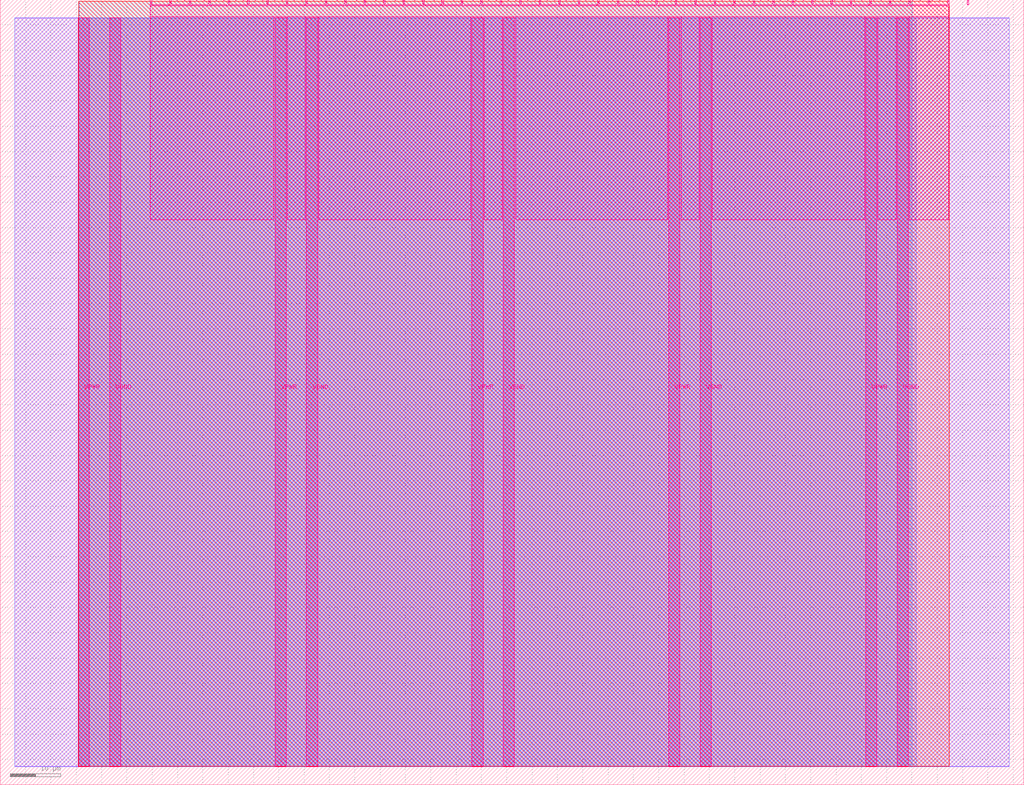
<source format=lef>
VERSION 5.7 ;
  NOWIREEXTENSIONATPIN ON ;
  DIVIDERCHAR "/" ;
  BUSBITCHARS "[]" ;
MACRO tt_um_cedrichirschi_sar
  CLASS BLOCK ;
  FOREIGN tt_um_cedrichirschi_sar ;
  ORIGIN 0.000 0.000 ;
  SIZE 202.080 BY 154.980 ;
  PIN VGND
    DIRECTION INOUT ;
    USE GROUND ;
    PORT
      LAYER Metal5 ;
        RECT 21.580 3.560 23.780 151.420 ;
    END
    PORT
      LAYER Metal5 ;
        RECT 60.450 3.560 62.650 151.420 ;
    END
    PORT
      LAYER Metal5 ;
        RECT 99.320 3.560 101.520 151.420 ;
    END
    PORT
      LAYER Metal5 ;
        RECT 138.190 3.560 140.390 151.420 ;
    END
    PORT
      LAYER Metal5 ;
        RECT 177.060 3.560 179.260 151.420 ;
    END
  END VGND
  PIN VPWR
    DIRECTION INOUT ;
    USE POWER ;
    PORT
      LAYER Metal5 ;
        RECT 15.380 3.560 17.580 151.420 ;
    END
    PORT
      LAYER Metal5 ;
        RECT 54.250 3.560 56.450 151.420 ;
    END
    PORT
      LAYER Metal5 ;
        RECT 93.120 3.560 95.320 151.420 ;
    END
    PORT
      LAYER Metal5 ;
        RECT 131.990 3.560 134.190 151.420 ;
    END
    PORT
      LAYER Metal5 ;
        RECT 170.860 3.560 173.060 151.420 ;
    END
  END VPWR
  PIN clk
    DIRECTION INPUT ;
    USE SIGNAL ;
    ANTENNAGATEAREA 0.213200 ;
    PORT
      LAYER Metal5 ;
        RECT 187.050 153.980 187.350 154.980 ;
    END
  END clk
  PIN ena
    DIRECTION INPUT ;
    USE SIGNAL ;
    PORT
      LAYER Metal5 ;
        RECT 190.890 153.980 191.190 154.980 ;
    END
  END ena
  PIN rst_n
    DIRECTION INPUT ;
    USE SIGNAL ;
    ANTENNAGATEAREA 0.842400 ;
    PORT
      LAYER Metal5 ;
        RECT 183.210 153.980 183.510 154.980 ;
    END
  END rst_n
  PIN ui_in[0]
    DIRECTION INPUT ;
    USE SIGNAL ;
    ANTENNAGATEAREA 0.213200 ;
    PORT
      LAYER Metal5 ;
        RECT 179.370 153.980 179.670 154.980 ;
    END
  END ui_in[0]
  PIN ui_in[1]
    DIRECTION INPUT ;
    USE SIGNAL ;
    ANTENNAGATEAREA 0.213200 ;
    PORT
      LAYER Metal5 ;
        RECT 175.530 153.980 175.830 154.980 ;
    END
  END ui_in[1]
  PIN ui_in[2]
    DIRECTION INPUT ;
    USE SIGNAL ;
    PORT
      LAYER Metal5 ;
        RECT 171.690 153.980 171.990 154.980 ;
    END
  END ui_in[2]
  PIN ui_in[3]
    DIRECTION INPUT ;
    USE SIGNAL ;
    PORT
      LAYER Metal5 ;
        RECT 167.850 153.980 168.150 154.980 ;
    END
  END ui_in[3]
  PIN ui_in[4]
    DIRECTION INPUT ;
    USE SIGNAL ;
    PORT
      LAYER Metal5 ;
        RECT 164.010 153.980 164.310 154.980 ;
    END
  END ui_in[4]
  PIN ui_in[5]
    DIRECTION INPUT ;
    USE SIGNAL ;
    PORT
      LAYER Metal5 ;
        RECT 160.170 153.980 160.470 154.980 ;
    END
  END ui_in[5]
  PIN ui_in[6]
    DIRECTION INPUT ;
    USE SIGNAL ;
    PORT
      LAYER Metal5 ;
        RECT 156.330 153.980 156.630 154.980 ;
    END
  END ui_in[6]
  PIN ui_in[7]
    DIRECTION INPUT ;
    USE SIGNAL ;
    PORT
      LAYER Metal5 ;
        RECT 152.490 153.980 152.790 154.980 ;
    END
  END ui_in[7]
  PIN uio_in[0]
    DIRECTION INPUT ;
    USE SIGNAL ;
    PORT
      LAYER Metal5 ;
        RECT 148.650 153.980 148.950 154.980 ;
    END
  END uio_in[0]
  PIN uio_in[1]
    DIRECTION INPUT ;
    USE SIGNAL ;
    PORT
      LAYER Metal5 ;
        RECT 144.810 153.980 145.110 154.980 ;
    END
  END uio_in[1]
  PIN uio_in[2]
    DIRECTION INPUT ;
    USE SIGNAL ;
    PORT
      LAYER Metal5 ;
        RECT 140.970 153.980 141.270 154.980 ;
    END
  END uio_in[2]
  PIN uio_in[3]
    DIRECTION INPUT ;
    USE SIGNAL ;
    PORT
      LAYER Metal5 ;
        RECT 137.130 153.980 137.430 154.980 ;
    END
  END uio_in[3]
  PIN uio_in[4]
    DIRECTION INPUT ;
    USE SIGNAL ;
    PORT
      LAYER Metal5 ;
        RECT 133.290 153.980 133.590 154.980 ;
    END
  END uio_in[4]
  PIN uio_in[5]
    DIRECTION INPUT ;
    USE SIGNAL ;
    PORT
      LAYER Metal5 ;
        RECT 129.450 153.980 129.750 154.980 ;
    END
  END uio_in[5]
  PIN uio_in[6]
    DIRECTION INPUT ;
    USE SIGNAL ;
    PORT
      LAYER Metal5 ;
        RECT 125.610 153.980 125.910 154.980 ;
    END
  END uio_in[6]
  PIN uio_in[7]
    DIRECTION INPUT ;
    USE SIGNAL ;
    PORT
      LAYER Metal5 ;
        RECT 121.770 153.980 122.070 154.980 ;
    END
  END uio_in[7]
  PIN uio_oe[0]
    DIRECTION OUTPUT ;
    USE SIGNAL ;
    ANTENNADIFFAREA 0.392700 ;
    PORT
      LAYER Metal5 ;
        RECT 56.490 153.980 56.790 154.980 ;
    END
  END uio_oe[0]
  PIN uio_oe[1]
    DIRECTION OUTPUT ;
    USE SIGNAL ;
    ANTENNADIFFAREA 0.392700 ;
    PORT
      LAYER Metal5 ;
        RECT 52.650 153.980 52.950 154.980 ;
    END
  END uio_oe[1]
  PIN uio_oe[2]
    DIRECTION OUTPUT ;
    USE SIGNAL ;
    ANTENNADIFFAREA 0.392700 ;
    PORT
      LAYER Metal5 ;
        RECT 48.810 153.980 49.110 154.980 ;
    END
  END uio_oe[2]
  PIN uio_oe[3]
    DIRECTION OUTPUT ;
    USE SIGNAL ;
    ANTENNADIFFAREA 0.392700 ;
    PORT
      LAYER Metal5 ;
        RECT 44.970 153.980 45.270 154.980 ;
    END
  END uio_oe[3]
  PIN uio_oe[4]
    DIRECTION OUTPUT ;
    USE SIGNAL ;
    ANTENNADIFFAREA 0.392700 ;
    PORT
      LAYER Metal5 ;
        RECT 41.130 153.980 41.430 154.980 ;
    END
  END uio_oe[4]
  PIN uio_oe[5]
    DIRECTION OUTPUT ;
    USE SIGNAL ;
    ANTENNADIFFAREA 0.392700 ;
    PORT
      LAYER Metal5 ;
        RECT 37.290 153.980 37.590 154.980 ;
    END
  END uio_oe[5]
  PIN uio_oe[6]
    DIRECTION OUTPUT ;
    USE SIGNAL ;
    ANTENNADIFFAREA 0.392700 ;
    PORT
      LAYER Metal5 ;
        RECT 33.450 153.980 33.750 154.980 ;
    END
  END uio_oe[6]
  PIN uio_oe[7]
    DIRECTION OUTPUT ;
    USE SIGNAL ;
    ANTENNADIFFAREA 0.392700 ;
    PORT
      LAYER Metal5 ;
        RECT 29.610 153.980 29.910 154.980 ;
    END
  END uio_oe[7]
  PIN uio_out[0]
    DIRECTION OUTPUT ;
    USE SIGNAL ;
    ANTENNAGATEAREA 0.109200 ;
    ANTENNADIFFAREA 0.632400 ;
    PORT
      LAYER Metal5 ;
        RECT 87.210 153.980 87.510 154.980 ;
    END
  END uio_out[0]
  PIN uio_out[1]
    DIRECTION OUTPUT ;
    USE SIGNAL ;
    ANTENNAGATEAREA 0.109200 ;
    ANTENNADIFFAREA 0.632400 ;
    PORT
      LAYER Metal5 ;
        RECT 83.370 153.980 83.670 154.980 ;
    END
  END uio_out[1]
  PIN uio_out[2]
    DIRECTION OUTPUT ;
    USE SIGNAL ;
    ANTENNAGATEAREA 0.109200 ;
    ANTENNADIFFAREA 0.632400 ;
    PORT
      LAYER Metal5 ;
        RECT 79.530 153.980 79.830 154.980 ;
    END
  END uio_out[2]
  PIN uio_out[3]
    DIRECTION OUTPUT ;
    USE SIGNAL ;
    ANTENNAGATEAREA 0.109200 ;
    ANTENNADIFFAREA 0.632400 ;
    PORT
      LAYER Metal5 ;
        RECT 75.690 153.980 75.990 154.980 ;
    END
  END uio_out[3]
  PIN uio_out[4]
    DIRECTION OUTPUT ;
    USE SIGNAL ;
    ANTENNAGATEAREA 0.109200 ;
    ANTENNADIFFAREA 0.632400 ;
    PORT
      LAYER Metal5 ;
        RECT 71.850 153.980 72.150 154.980 ;
    END
  END uio_out[4]
  PIN uio_out[5]
    DIRECTION OUTPUT ;
    USE SIGNAL ;
    ANTENNAGATEAREA 0.109200 ;
    ANTENNADIFFAREA 0.632400 ;
    PORT
      LAYER Metal5 ;
        RECT 68.010 153.980 68.310 154.980 ;
    END
  END uio_out[5]
  PIN uio_out[6]
    DIRECTION OUTPUT ;
    USE SIGNAL ;
    ANTENNAGATEAREA 0.109200 ;
    ANTENNADIFFAREA 0.632400 ;
    PORT
      LAYER Metal5 ;
        RECT 64.170 153.980 64.470 154.980 ;
    END
  END uio_out[6]
  PIN uio_out[7]
    DIRECTION OUTPUT ;
    USE SIGNAL ;
    ANTENNAGATEAREA 0.109200 ;
    ANTENNADIFFAREA 0.632400 ;
    PORT
      LAYER Metal5 ;
        RECT 60.330 153.980 60.630 154.980 ;
    END
  END uio_out[7]
  PIN uo_out[0]
    DIRECTION OUTPUT ;
    USE SIGNAL ;
    ANTENNAGATEAREA 0.109200 ;
    ANTENNADIFFAREA 0.632400 ;
    PORT
      LAYER Metal5 ;
        RECT 117.930 153.980 118.230 154.980 ;
    END
  END uo_out[0]
  PIN uo_out[1]
    DIRECTION OUTPUT ;
    USE SIGNAL ;
    ANTENNAGATEAREA 0.109200 ;
    ANTENNADIFFAREA 0.632400 ;
    PORT
      LAYER Metal5 ;
        RECT 114.090 153.980 114.390 154.980 ;
    END
  END uo_out[1]
  PIN uo_out[2]
    DIRECTION OUTPUT ;
    USE SIGNAL ;
    ANTENNAGATEAREA 0.109200 ;
    ANTENNADIFFAREA 0.632400 ;
    PORT
      LAYER Metal5 ;
        RECT 110.250 153.980 110.550 154.980 ;
    END
  END uo_out[2]
  PIN uo_out[3]
    DIRECTION OUTPUT ;
    USE SIGNAL ;
    ANTENNAGATEAREA 0.109200 ;
    ANTENNADIFFAREA 0.632400 ;
    PORT
      LAYER Metal5 ;
        RECT 106.410 153.980 106.710 154.980 ;
    END
  END uo_out[3]
  PIN uo_out[4]
    DIRECTION OUTPUT ;
    USE SIGNAL ;
    ANTENNAGATEAREA 0.109200 ;
    ANTENNADIFFAREA 0.632400 ;
    PORT
      LAYER Metal5 ;
        RECT 102.570 153.980 102.870 154.980 ;
    END
  END uo_out[4]
  PIN uo_out[5]
    DIRECTION OUTPUT ;
    USE SIGNAL ;
    ANTENNAGATEAREA 0.109200 ;
    ANTENNADIFFAREA 0.632400 ;
    PORT
      LAYER Metal5 ;
        RECT 98.730 153.980 99.030 154.980 ;
    END
  END uo_out[5]
  PIN uo_out[6]
    DIRECTION OUTPUT ;
    USE SIGNAL ;
    ANTENNAGATEAREA 0.109200 ;
    ANTENNADIFFAREA 0.632400 ;
    PORT
      LAYER Metal5 ;
        RECT 94.890 153.980 95.190 154.980 ;
    END
  END uo_out[6]
  PIN uo_out[7]
    DIRECTION OUTPUT ;
    USE SIGNAL ;
    ANTENNAGATEAREA 0.109200 ;
    ANTENNADIFFAREA 0.632400 ;
    PORT
      LAYER Metal5 ;
        RECT 91.050 153.980 91.350 154.980 ;
    END
  END uo_out[7]
  OBS
      LAYER GatPoly ;
        RECT 2.880 3.630 199.200 151.350 ;
      LAYER Metal1 ;
        RECT 2.880 3.560 199.200 151.420 ;
      LAYER Metal2 ;
        RECT 15.515 3.680 180.865 151.300 ;
      LAYER Metal3 ;
        RECT 15.560 3.635 180.100 154.705 ;
      LAYER Metal4 ;
        RECT 15.515 3.680 187.345 154.660 ;
      LAYER Metal5 ;
        RECT 30.120 153.770 33.240 153.980 ;
        RECT 33.960 153.770 37.080 153.980 ;
        RECT 37.800 153.770 40.920 153.980 ;
        RECT 41.640 153.770 44.760 153.980 ;
        RECT 45.480 153.770 48.600 153.980 ;
        RECT 49.320 153.770 52.440 153.980 ;
        RECT 53.160 153.770 56.280 153.980 ;
        RECT 57.000 153.770 60.120 153.980 ;
        RECT 60.840 153.770 63.960 153.980 ;
        RECT 64.680 153.770 67.800 153.980 ;
        RECT 68.520 153.770 71.640 153.980 ;
        RECT 72.360 153.770 75.480 153.980 ;
        RECT 76.200 153.770 79.320 153.980 ;
        RECT 80.040 153.770 83.160 153.980 ;
        RECT 83.880 153.770 87.000 153.980 ;
        RECT 87.720 153.770 90.840 153.980 ;
        RECT 91.560 153.770 94.680 153.980 ;
        RECT 95.400 153.770 98.520 153.980 ;
        RECT 99.240 153.770 102.360 153.980 ;
        RECT 103.080 153.770 106.200 153.980 ;
        RECT 106.920 153.770 110.040 153.980 ;
        RECT 110.760 153.770 113.880 153.980 ;
        RECT 114.600 153.770 117.720 153.980 ;
        RECT 118.440 153.770 121.560 153.980 ;
        RECT 122.280 153.770 125.400 153.980 ;
        RECT 126.120 153.770 129.240 153.980 ;
        RECT 129.960 153.770 133.080 153.980 ;
        RECT 133.800 153.770 136.920 153.980 ;
        RECT 137.640 153.770 140.760 153.980 ;
        RECT 141.480 153.770 144.600 153.980 ;
        RECT 145.320 153.770 148.440 153.980 ;
        RECT 149.160 153.770 152.280 153.980 ;
        RECT 153.000 153.770 156.120 153.980 ;
        RECT 156.840 153.770 159.960 153.980 ;
        RECT 160.680 153.770 163.800 153.980 ;
        RECT 164.520 153.770 167.640 153.980 ;
        RECT 168.360 153.770 171.480 153.980 ;
        RECT 172.200 153.770 175.320 153.980 ;
        RECT 176.040 153.770 179.160 153.980 ;
        RECT 179.880 153.770 183.000 153.980 ;
        RECT 183.720 153.770 186.840 153.980 ;
        RECT 29.660 151.630 187.300 153.770 ;
        RECT 29.660 111.575 54.040 151.630 ;
        RECT 56.660 111.575 60.240 151.630 ;
        RECT 62.860 111.575 92.910 151.630 ;
        RECT 95.530 111.575 99.110 151.630 ;
        RECT 101.730 111.575 131.780 151.630 ;
        RECT 134.400 111.575 137.980 151.630 ;
        RECT 140.600 111.575 170.650 151.630 ;
        RECT 173.270 111.575 176.850 151.630 ;
        RECT 179.470 111.575 187.300 151.630 ;
  END
END tt_um_cedrichirschi_sar
END LIBRARY


</source>
